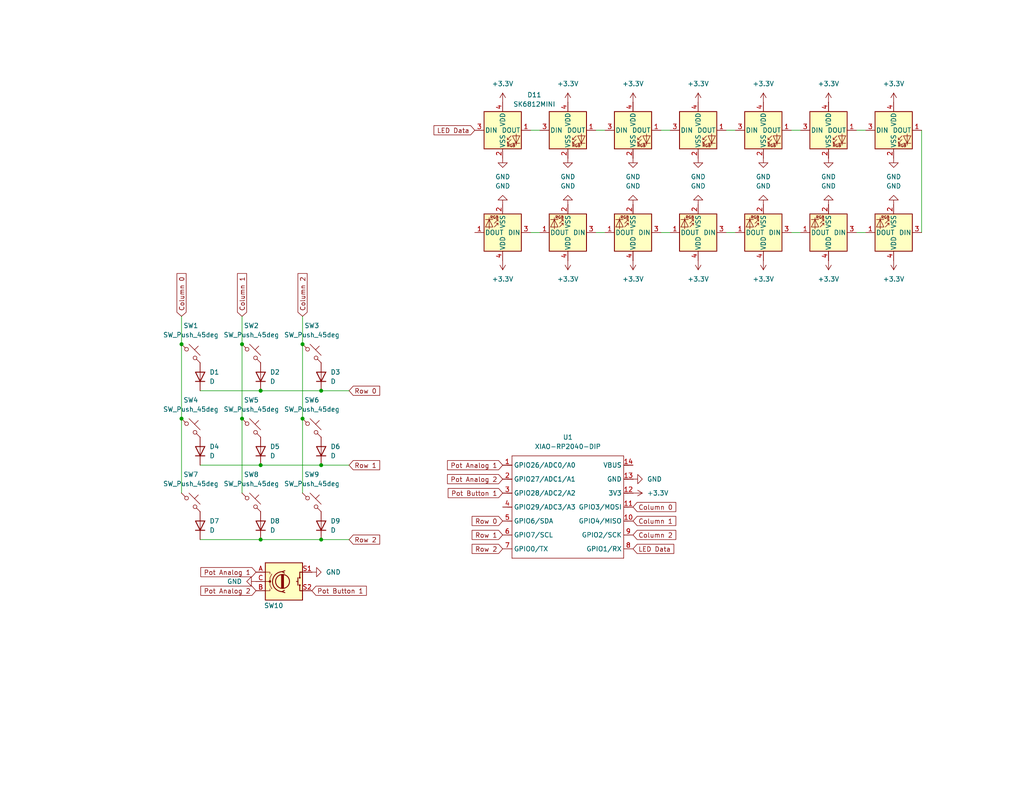
<source format=kicad_sch>
(kicad_sch (version 20231120) (generator "eeschema") (generator_version "8.0")
  (paper "USLetter")
  (title_block (title "SplashPad") (date "2025-02-07") (rev "1") (company "Logan Peterson"))
  (lib_symbols
    (symbol "Device:D" (pin_numbers hide) (pin_names (offset 1.016) hide)
      (property "Reference" "D" (at 0 2.54 0))
      (property "Value" "D" (at 0 -2.54 0))
      (symbol "D_0_1"
        (polyline (pts (xy -1.27 1.27) (xy -1.27 -1.27)) (stroke (width 0.254)))
        (polyline (pts (xy 1.27 0) (xy -1.27 0)))
        (polyline (pts (xy 1.27 1.27) (xy 1.27 -1.27) (xy -1.27 0) (xy 1.27 1.27)) (stroke (width 0.254)))
      )
      (symbol "D_1_1"
        (pin passive line (at -3.81 0 0) (length 2.54) (name "K") (number "1"))
        (pin passive line (at 3.81 0 180) (length 2.54) (name "A") (number "2"))
      )
    )
    (symbol "Device:RotaryEncoder_Switch" (pin_names (offset 0.254) hide)
      (property "Reference" "SW" (at 0 6.604 0))
      (property "Value" "RotaryEncoder_Switch" (at 0 -6.604 0))
      (symbol "RotaryEncoder_Switch_0_1"
        (rectangle (start -5.08 5.08) (end 5.08 -5.08) (stroke (width 0.254)) (fill (type background)))
        (circle (center -3.81 0) (radius 0.254) (fill (type outline)))
        (circle (center -0.381 0) (radius 1.905) (stroke (width 0.254)))
        (arc (start -0.381 2.667) (mid -3.0988 -0.0635) (end -0.381 -2.794) (stroke (width 0.254)))
        (polyline (pts (xy -0.635 -1.778) (xy -0.635 1.778)) (stroke (width 0.254)))
        (polyline (pts (xy -0.381 -1.778) (xy -0.381 1.778)) (stroke (width 0.254)))
        (polyline (pts (xy -0.127 1.778) (xy -0.127 -1.778)) (stroke (width 0.254)))
        (polyline (pts (xy 3.81 0) (xy 3.429 0)) (stroke (width 0.254)))
        (polyline (pts (xy 3.81 1.016) (xy 3.81 -1.016)) (stroke (width 0.254)))
        (polyline (pts (xy -5.08 -2.54) (xy -3.81 -2.54) (xy -3.81 -2.032)))
        (polyline (pts (xy -5.08 2.54) (xy -3.81 2.54) (xy -3.81 2.032)))
        (polyline (pts (xy 0.254 -3.048) (xy -0.508 -2.794) (xy 0.127 -2.413)) (stroke (width 0.254)))
        (polyline (pts (xy 0.254 2.921) (xy -0.508 2.667) (xy 0.127 2.286)) (stroke (width 0.254)))
        (polyline (pts (xy 5.08 -2.54) (xy 4.318 -2.54) (xy 4.318 -1.016)) (stroke (width 0.254)))
        (polyline (pts (xy 5.08 2.54) (xy 4.318 2.54) (xy 4.318 1.016)) (stroke (width 0.254)))
        (polyline (pts (xy -5.08 0) (xy -3.81 0) (xy -3.81 -1.016) (xy -3.302 -2.032)))
        (polyline (pts (xy -4.318 0) (xy -3.81 0) (xy -3.81 1.016) (xy -3.302 2.032)))
        (circle (center 4.318 -1.016) (radius 0.127) (stroke (width 0.254)))
        (circle (center 4.318 1.016) (radius 0.127) (stroke (width 0.254)))
      )
      (symbol "RotaryEncoder_Switch_1_1"
        (pin passive line (at -7.62 2.54 0) (length 2.54) (name "A") (number "A"))
        (pin passive line (at -7.62 -2.54 0) (length 2.54) (name "B") (number "B"))
        (pin passive line (at -7.62 0 0) (length 2.54) (name "C") (number "C"))
        (pin passive line (at 7.62 2.54 180) (length 2.54) (name "S1") (number "S1"))
        (pin passive line (at 7.62 -2.54 180) (length 2.54) (name "S2") (number "S2"))
      )
    )
    (symbol "LED:SK6812MINI" (pin_names (offset 0.254))
      (property "Reference" "D" (at 5.08 5.715 0))
      (property "Value" "SK6812MINI" (at 1.27 -5.715 0))
      (symbol "SK6812MINI_0_0"
        (text "RGB" (at 2.286 -4.191 0) (effects (font (size 0.762 0.762))))
      )
      (symbol "SK6812MINI_0_1"
        (polyline (pts (xy 1.27 -3.556) (xy 1.778 -3.556)))
        (polyline (pts (xy 1.27 -2.54) (xy 1.778 -2.54)))
        (polyline (pts (xy 4.699 -3.556) (xy 2.667 -3.556)))
        (polyline (pts (xy 2.286 -2.54) (xy 1.27 -3.556) (xy 1.27 -3.048)))
        (polyline (pts (xy 2.286 -1.524) (xy 1.27 -2.54) (xy 1.27 -2.032)))
        (polyline (pts (xy 3.683 -1.016) (xy 3.683 -3.556) (xy 3.683 -4.064)))
        (polyline (pts (xy 4.699 -1.524) (xy 2.667 -1.524) (xy 3.683 -3.556) (xy 4.699 -1.524)))
        (rectangle (start 5.08 5.08) (end -5.08 -5.08) (stroke (width 0.254)) (fill (type background)))
      )
      (symbol "SK6812MINI_1_1"
        (pin output line (at 7.62 0 180) (length 2.54) (name "DOUT") (number "1"))
        (pin power_in line (at 0 -7.62 90) (length 2.54) (name "VSS") (number "2"))
        (pin input line (at -7.62 0 0) (length 2.54) (name "DIN") (number "3"))
        (pin power_in line (at 0 7.62 270) (length 2.54) (name "VDD") (number "4"))
      )
    )
    (symbol "Seeed_Studio_XIAO_Series:XIAO-RP2040-DIP"
      (property "Reference" "U" (at 0 0 0))
      (property "Value" "XIAO-RP2040-DIP" (at 5.334 -1.778 0))
      (symbol "XIAO-RP2040-DIP_1_0"
        (polyline (pts (xy -1.27 -30.48) (xy -1.27 -16.51)) (stroke (width 0.1524)))
        (polyline (pts (xy -1.27 -27.94) (xy -2.54 -27.94)) (stroke (width 0.1524)))
        (polyline (pts (xy -1.27 -24.13) (xy -2.54 -24.13)) (stroke (width 0.1524)))
        (polyline (pts (xy -1.27 -20.32) (xy -2.54 -20.32)) (stroke (width 0.1524)))
        (polyline (pts (xy -1.27 -16.51) (xy -2.54 -16.51)) (stroke (width 0.1524)))
        (polyline (pts (xy -1.27 -16.51) (xy -1.27 -12.7)) (stroke (width 0.1524)))
        (polyline (pts (xy -1.27 -12.7) (xy -2.54 -12.7)) (stroke (width 0.1524)))
        (polyline (pts (xy -1.27 -12.7) (xy -1.27 -8.89)) (stroke (width 0.1524)))
        (polyline (pts (xy -1.27 -8.89) (xy -2.54 -8.89)) (stroke (width 0.1524)))
        (polyline (pts (xy -1.27 -8.89) (xy -1.27 -5.08)) (stroke (width 0.1524)))
        (polyline (pts (xy -1.27 -5.08) (xy -2.54 -5.08)) (stroke (width 0.1524)))
        (polyline (pts (xy -1.27 -5.08) (xy -1.27 -2.54)) (stroke (width 0.1524)))
        (polyline (pts (xy -1.27 -2.54) (xy 29.21 -2.54)) (stroke (width 0.1524)))
        (polyline (pts (xy 29.21 -30.48) (xy -1.27 -30.48)) (stroke (width 0.1524)))
        (polyline (pts (xy 29.21 -12.7) (xy 29.21 -30.48)) (stroke (width 0.1524)))
        (polyline (pts (xy 29.21 -8.89) (xy 29.21 -12.7)) (stroke (width 0.1524)))
        (polyline (pts (xy 29.21 -5.08) (xy 29.21 -8.89)) (stroke (width 0.1524)))
        (polyline (pts (xy 29.21 -2.54) (xy 29.21 -5.08)) (stroke (width 0.1524)))
        (polyline (pts (xy 30.48 -27.94) (xy 29.21 -27.94)) (stroke (width 0.1524)))
        (polyline (pts (xy 30.48 -24.13) (xy 29.21 -24.13)) (stroke (width 0.1524)))
        (polyline (pts (xy 30.48 -20.32) (xy 29.21 -20.32)) (stroke (width 0.1524)))
        (polyline (pts (xy 30.48 -16.51) (xy 29.21 -16.51)) (stroke (width 0.1524)))
        (polyline (pts (xy 30.48 -12.7) (xy 29.21 -12.7)) (stroke (width 0.1524)))
        (polyline (pts (xy 30.48 -8.89) (xy 29.21 -8.89)) (stroke (width 0.1524)))
        (polyline (pts (xy 30.48 -5.08) (xy 29.21 -5.08)) (stroke (width 0.1524)))
        (pin passive line (at -3.81 -5.08 0) (length 2.54) (name "GPIO26/ADC0/A0") (number "1"))
        (pin passive line (at 31.75 -20.32 180) (length 2.54) (name "GPIO4/MISO") (number "10"))
        (pin passive line (at 31.75 -16.51 180) (length 2.54) (name "GPIO3/MOSI") (number "11"))
        (pin passive line (at 31.75 -12.7 180) (length 2.54) (name "3V3") (number "12"))
        (pin passive line (at 31.75 -8.89 180) (length 2.54) (name "GND") (number "13"))
        (pin passive line (at 31.75 -5.08 180) (length 2.54) (name "VBUS") (number "14"))
        (pin passive line (at -3.81 -8.89 0) (length 2.54) (name "GPIO27/ADC1/A1") (number "2"))
        (pin passive line (at -3.81 -12.7 0) (length 2.54) (name "GPIO28/ADC2/A2") (number "3"))
        (pin passive line (at -3.81 -16.51 0) (length 2.54) (name "GPIO29/ADC3/A3") (number "4"))
        (pin passive line (at -3.81 -20.32 0) (length 2.54) (name "GPIO6/SDA") (number "5"))
        (pin passive line (at -3.81 -24.13 0) (length 2.54) (name "GPIO7/SCL") (number "6"))
        (pin passive line (at -3.81 -27.94 0) (length 2.54) (name "GPIO0/TX") (number "7"))
        (pin passive line (at 31.75 -27.94 180) (length 2.54) (name "GPIO1/RX") (number "8"))
        (pin passive line (at 31.75 -24.13 180) (length 2.54) (name "GPIO2/SCK") (number "9"))
      )
    )
    (symbol "Switch:SW_Push_45deg" (pin_numbers hide) (pin_names (offset 1.016) hide)
      (property "Reference" "SW" (at 3.048 1.016 0))
      (property "Value" "SW_Push_45deg" (at 0 -3.81 0))
      (symbol "SW_Push_45deg_0_1"
        (circle (center -1.1684 1.1684) (radius 0.508))
        (polyline (pts (xy -0.508 2.54) (xy 2.54 -0.508)))
        (polyline (pts (xy 1.016 1.016) (xy 2.032 2.032)))
        (polyline (pts (xy -2.54 2.54) (xy -1.524 1.524) (xy -1.524 1.524)))
        (polyline (pts (xy 1.524 -1.524) (xy 2.54 -2.54) (xy 2.54 -2.54) (xy 2.54 -2.54)))
        (circle (center 1.143 -1.1938) (radius 0.508))
        (pin passive line (at -2.54 2.54 0) (length 0) (name "1") (number "1"))
        (pin passive line (at 2.54 -2.54 180) (length 0) (name "2") (number "2"))
      )
    )
    (symbol "power:+3.3V" (power) (pin_numbers hide) (pin_names (offset 0) hide)
      (property "Value" "+3.3V" (at 0 3.556 0))
      (symbol "+3.3V_0_1"
        (polyline (pts (xy -0.762 1.27) (xy 0 2.54)))
        (polyline (pts (xy 0 0) (xy 0 2.54)))
        (polyline (pts (xy 0 2.54) (xy 0.762 1.27)))
      )
      (symbol "+3.3V_1_1"
        (pin power_in line (at 0 0 90) (length 0) (name "~") (number "1"))
      )
    )
    (symbol "power:GND" (power) (pin_numbers hide) (pin_names (offset 0) hide)
      (property "Value" "GND" (at 0 -3.81 0))
      (symbol "GND_0_1"
        (polyline (pts (xy 0 0) (xy 0 -1.27) (xy 1.27 -1.27) (xy 0 -2.54) (xy -1.27 -1.27) (xy 0 -1.27)))
      )
      (symbol "GND_1_1"
        (pin power_in line (at 0 0 270) (length 0) (name "~") (number "1"))
      )
    )
  )
  (junction (at 82.55 93.98))
  (junction (at 71.12 147.32))
  (junction (at 49.53 114.3))
  (junction (at 87.63 127))
  (junction (at 66.04 114.3))
  (junction (at 71.12 127))
  (junction (at 87.63 147.32))
  (junction (at 87.63 106.68))
  (junction (at 49.53 93.98))
  (junction (at 66.04 93.98))
  (junction (at 82.55 114.3))
  (junction (at 71.12 106.68))
  (wire (pts (xy 200.66 63.5) (xy 198.12 63.5)))
  (wire (pts (xy 198.12 35.56) (xy 200.66 35.56)))
  (wire (pts (xy 82.55 93.98) (xy 82.55 114.3)))
  (wire (pts (xy 49.53 93.98) (xy 49.53 114.3)))
  (wire (pts (xy 71.12 106.68) (xy 87.63 106.68)))
  (wire (pts (xy 54.61 106.68) (xy 71.12 106.68)))
  (wire (pts (xy 236.22 63.5) (xy 233.68 63.5)))
  (wire (pts (xy 87.63 127) (xy 95.25 127)))
  (wire (pts (xy 218.44 63.5) (xy 215.9 63.5)))
  (wire (pts (xy 251.46 35.56) (xy 251.46 63.5)))
  (wire (pts (xy 162.56 63.5) (xy 165.1 63.5)))
  (wire (pts (xy 95.25 147.32) (xy 87.63 147.32)))
  (wire (pts (xy 180.34 35.56) (xy 182.88 35.56)))
  (wire (pts (xy 66.04 114.3) (xy 66.04 134.62)))
  (wire (pts (xy 162.56 35.56) (xy 165.1 35.56)))
  (wire (pts (xy 95.25 106.68) (xy 87.63 106.68)))
  (wire (pts (xy 66.04 86.36) (xy 66.04 93.98)))
  (wire (pts (xy 144.78 35.56) (xy 147.32 35.56)))
  (wire (pts (xy 54.61 127) (xy 71.12 127)))
  (wire (pts (xy 66.04 93.98) (xy 66.04 114.3)))
  (wire (pts (xy 49.53 114.3) (xy 49.53 134.62)))
  (wire (pts (xy 71.12 147.32) (xy 87.63 147.32)))
  (wire (pts (xy 54.61 147.32) (xy 71.12 147.32)))
  (wire (pts (xy 82.55 114.3) (xy 82.55 134.62)))
  (wire (pts (xy 236.22 35.56) (xy 233.68 35.56)))
  (wire (pts (xy 182.88 63.5) (xy 180.34 63.5)))
  (wire (pts (xy 71.12 127) (xy 87.63 127)))
  (wire (pts (xy 215.9 35.56) (xy 218.44 35.56)))
  (wire (pts (xy 144.78 63.5) (xy 147.32 63.5)))
  (wire (pts (xy 49.53 86.36) (xy 49.53 93.98)))
  (wire (pts (xy 82.55 86.36) (xy 82.55 93.98)))
  (global_label "Row 1" (shape input) (at 95.25 127 0) (property "Intersheetrefs" "${INTERSHEET_REFS}" (effects (hide yes))))
  (global_label "Pot Analog 2" (shape input) (at 137.16 130.81 180) (property "Intersheetrefs" "${INTERSHEET_REFS}" (effects (hide yes))))
  (global_label "Row 2" (shape input) (at 95.25 147.32 0) (property "Intersheetrefs" "${INTERSHEET_REFS}" (effects (hide yes))))
  (global_label "Row 0" (shape input) (at 95.25 106.68 0) (property "Intersheetrefs" "${INTERSHEET_REFS}" (effects (hide yes))))
  (global_label "Row 1" (shape input) (at 137.16 146.05 180) (property "Intersheetrefs" "${INTERSHEET_REFS}" (effects (hide yes))))
  (global_label "Pot Analog 1" (shape input) (at 69.85 156.21 180) (property "Intersheetrefs" "${INTERSHEET_REFS}" (effects (hide yes))))
  (global_label "LED Data" (shape input) (at 172.72 149.86 0) (property "Intersheetrefs" "${INTERSHEET_REFS}" (effects (hide yes))))
  (global_label "Pot Button 1" (shape input) (at 85.09 161.29 0) (property "Intersheetrefs" "${INTERSHEET_REFS}" (effects (hide yes))))
  (global_label "Column 0" (shape input) (at 49.53 86.36 90) (property "Intersheetrefs" "${INTERSHEET_REFS}" (effects (hide yes))))
  (global_label "Column 2" (shape input) (at 82.55 86.36 90) (property "Intersheetrefs" "${INTERSHEET_REFS}" (effects (hide yes))))
  (global_label "Column 1" (shape input) (at 172.72 142.24 0) (property "Intersheetrefs" "${INTERSHEET_REFS}" (effects (hide yes))))
  (global_label "Row 2" (shape input) (at 137.16 149.86 180) (property "Intersheetrefs" "${INTERSHEET_REFS}" (effects (hide yes))))
  (global_label "Column 0" (shape input) (at 172.72 138.43 0) (property "Intersheetrefs" "${INTERSHEET_REFS}" (effects (hide yes))))
  (global_label "Pot Button 1" (shape input) (at 137.16 134.62 180) (property "Intersheetrefs" "${INTERSHEET_REFS}" (effects (hide yes))))
  (global_label "Column 2" (shape input) (at 172.72 146.05 0) (property "Intersheetrefs" "${INTERSHEET_REFS}" (effects (hide yes))))
  (global_label "Column 1" (shape input) (at 66.04 86.36 90) (property "Intersheetrefs" "${INTERSHEET_REFS}" (effects (hide yes))))
  (global_label "LED Data" (shape input) (at 129.54 35.56 180) (property "Intersheetrefs" "${INTERSHEET_REFS}" (effects (hide yes))))
  (global_label "Pot Analog 1" (shape input) (at 137.16 127 180) (property "Intersheetrefs" "${INTERSHEET_REFS}" (effects (hide yes))))
  (global_label "Pot Analog 2" (shape input) (at 69.85 161.29 180) (property "Intersheetrefs" "${INTERSHEET_REFS}" (effects (hide yes))))
  (global_label "Row 0" (shape input) (at 137.16 142.24 180) (property "Intersheetrefs" "${INTERSHEET_REFS}" (effects (hide yes))))
  (symbol (lib_id "LED:SK6812MINI") (at 137.16 35.56 0) (unit 1)
    (property "Reference" "D10" (effects (hide yes)))
    (property "Value" "SK6812MINI" (effects (hide yes)))
    (property "Footprint" "LED_SMD:LED_SK6812MINI_PLCC4_3.5x3.5mm_P1.75mm" (effects (hide yes)))
    (property "Datasheet" "https://cdn-shop.adafruit.com/product-files/2686/SK6812MINI_REV.01-1-2.pdf" (effects (hide yes)))
    (property "Description" "RGB LED with integrated controller" (effects (hide yes)))
  )
  (symbol (lib_id "Switch:SW_Push_45deg") (at 52.07 137.16 0) (unit 1)
    (property "Reference" "SW7" (at 52.07 129.54 0))
    (property "Value" "SW_Push_45deg" (at 52.07 132.08 0))
    (property "Footprint" "Button_Switch_Keyboard:SW_Cherry_MX_1.00u_PCB" (effects (hide yes)))
    (property "Description" "Push button switch, normally open, two pins, 45° tilted" (effects (hide yes)))
  )
  (symbol (lib_id "power:+3.3V") (at 154.94 27.94 0) (unit 1)
    (property "Reference" "#PWR09" (effects (hide yes)))
    (property "Value" "+3.3V" (at 154.94 22.86 0))
    (property "Description" "Power symbol creates a global label with name \"+3.3V\"" (effects (hide yes)))
  )
  (symbol (lib_id "power:GND") (at 190.5 55.88 180) (unit 1)
    (property "Reference" "#PWR028" (effects (hide yes)))
    (property "Value" "GND" (at 190.5 50.8 0))
    (property "Description" "Power symbol creates a global label with name \"GND\" , ground" (effects (hide yes)))
  )
  (symbol (lib_id "Seeed_Studio_XIAO_Series:XIAO-RP2040-DIP") (at 140.97 121.92 0) (unit 1)
    (property "Reference" "U1" (at 154.94 119.38 0))
    (property "Value" "XIAO-RP2040-DIP" (at 154.94 121.92 0))
    (property "Footprint" "Seeed Studio XIAO Series Library:XIAO-RP2040-DIP" (effects (hide yes)))
  )
  (symbol (lib_id "LED:SK6812MINI") (at 172.72 63.5 180) (unit 1)
    (property "Reference" "D21" (effects (hide yes)))
    (property "Value" "SK6812MINI" (effects (hide yes)))
    (property "Footprint" "LED_SMD:LED_SK6812MINI_PLCC4_3.5x3.5mm_P1.75mm" (effects (hide yes)))
    (property "Datasheet" "https://cdn-shop.adafruit.com/product-files/2686/SK6812MINI_REV.01-1-2.pdf" (effects (hide yes)))
    (property "Description" "RGB LED with integrated controller" (effects (hide yes)))
  )
  (symbol (lib_id "power:GND") (at 208.28 43.18 0) (unit 1)
    (property "Reference" "#PWR017" (effects (hide yes)))
    (property "Value" "GND" (at 208.28 48.26 0))
    (property "Description" "Power symbol creates a global label with name \"GND\" , ground" (effects (hide yes)))
  )
  (symbol (lib_id "LED:SK6812MINI") (at 226.06 63.5 180) (unit 1)
    (property "Reference" "D18" (effects (hide yes)))
    (property "Value" "SK6812MINI" (effects (hide yes)))
    (property "Footprint" "LED_SMD:LED_SK6812MINI_PLCC4_3.5x3.5mm_P1.75mm" (effects (hide yes)))
    (property "Datasheet" "https://cdn-shop.adafruit.com/product-files/2686/SK6812MINI_REV.01-1-2.pdf" (effects (hide yes)))
    (property "Description" "RGB LED with integrated controller" (effects (hide yes)))
  )
  (symbol (lib_id "LED:SK6812MINI") (at 154.94 35.56 0) (unit 1)
    (property "Reference" "D11" (at 145.796 25.908 0))
    (property "Value" "SK6812MINI" (at 145.796 28.448 0))
    (property "Footprint" "LED_SMD:LED_SK6812MINI_PLCC4_3.5x3.5mm_P1.75mm" (effects (hide yes)))
    (property "Datasheet" "https://cdn-shop.adafruit.com/product-files/2686/SK6812MINI_REV.01-1-2.pdf" (effects (hide yes)))
    (property "Description" "RGB LED with integrated controller" (effects (hide yes)))
  )
  (symbol (lib_id "Device:D") (at 87.63 143.51 270) (mirror x) (unit 1)
    (property "Reference" "D9" (at 90.17 142.2399 90) (effects (justify left)))
    (property "Value" "D" (at 90.17 144.7799 90) (effects (justify left)))
    (property "Footprint" "Diode_THT:D_DO-35_SOD27_P7.62mm_Horizontal" (effects (hide yes)))
    (property "Description" "Diode" (effects (hide yes)))
    (property "Sim.Device" "D" (effects (hide yes)))
    (property "Sim.Pins" "1=K 2=A" (effects (hide yes)))
  )
  (symbol (lib_id "Device:D") (at 71.12 123.19 270) (mirror x) (unit 1)
    (property "Reference" "D5" (at 73.66 121.9199 90) (effects (justify left)))
    (property "Value" "D" (at 73.66 124.4599 90) (effects (justify left)))
    (property "Footprint" "Diode_THT:D_DO-35_SOD27_P7.62mm_Horizontal" (effects (hide yes)))
    (property "Description" "Diode" (effects (hide yes)))
    (property "Sim.Device" "D" (effects (hide yes)))
    (property "Sim.Pins" "1=K 2=A" (effects (hide yes)))
  )
  (symbol (lib_id "power:+3.3V") (at 137.16 71.12 180) (unit 1)
    (property "Reference" "#PWR035" (effects (hide yes)))
    (property "Value" "+3.3V" (at 137.16 76.2 0))
    (property "Description" "Power symbol creates a global label with name \"+3.3V\"" (effects (hide yes)))
  )
  (symbol (lib_id "power:GND") (at 137.16 43.18 0) (unit 1)
    (property "Reference" "#PWR011" (effects (hide yes)))
    (property "Value" "GND" (at 137.16 48.26 0))
    (property "Description" "Power symbol creates a global label with name \"GND\" , ground" (effects (hide yes)))
  )
  (symbol (lib_id "LED:SK6812MINI") (at 137.16 63.5 180) (unit 1)
    (property "Reference" "D23" (effects (hide yes)))
    (property "Value" "SK6812MINI" (effects (hide yes)))
    (property "Footprint" "LED_SMD:LED_SK6812MINI_PLCC4_3.5x3.5mm_P1.75mm" (effects (hide yes)))
    (property "Datasheet" "https://cdn-shop.adafruit.com/product-files/2686/SK6812MINI_REV.01-1-2.pdf" (effects (hide yes)))
    (property "Description" "RGB LED with integrated controller" (effects (hide yes)))
  )
  (symbol (lib_id "power:+3.3V") (at 226.06 71.12 180) (unit 1)
    (property "Reference" "#PWR025" (effects (hide yes)))
    (property "Value" "+3.3V" (at 226.06 76.2 0))
    (property "Description" "Power symbol creates a global label with name \"+3.3V\"" (effects (hide yes)))
  )
  (symbol (lib_id "LED:SK6812MINI") (at 190.5 63.5 180) (unit 1)
    (property "Reference" "D20" (effects (hide yes)))
    (property "Value" "SK6812MINI" (effects (hide yes)))
    (property "Footprint" "LED_SMD:LED_SK6812MINI_PLCC4_3.5x3.5mm_P1.75mm" (effects (hide yes)))
    (property "Datasheet" "https://cdn-shop.adafruit.com/product-files/2686/SK6812MINI_REV.01-1-2.pdf" (effects (hide yes)))
    (property "Description" "RGB LED with integrated controller" (effects (hide yes)))
  )
  (symbol (lib_id "power:+3.3V") (at 190.5 71.12 180) (unit 1)
    (property "Reference" "#PWR029" (effects (hide yes)))
    (property "Value" "+3.3V" (at 190.5 76.2 0))
    (property "Description" "Power symbol creates a global label with name \"+3.3V\"" (effects (hide yes)))
  )
  (symbol (lib_id "Device:D") (at 87.63 123.19 270) (mirror x) (unit 1)
    (property "Reference" "D6" (at 90.17 121.9199 90) (effects (justify left)))
    (property "Value" "D" (at 90.17 124.4599 90) (effects (justify left)))
    (property "Footprint" "Diode_THT:D_DO-35_SOD27_P7.62mm_Horizontal" (effects (hide yes)))
    (property "Description" "Diode" (effects (hide yes)))
    (property "Sim.Device" "D" (effects (hide yes)))
    (property "Sim.Pins" "1=K 2=A" (effects (hide yes)))
  )
  (symbol (lib_id "Switch:SW_Push_45deg") (at 68.58 116.84 0) (unit 1)
    (property "Reference" "SW5" (at 68.58 109.22 0))
    (property "Value" "SW_Push_45deg" (at 68.58 111.76 0))
    (property "Footprint" "Button_Switch_Keyboard:SW_Cherry_MX_1.00u_PCB" (effects (hide yes)))
    (property "Description" "Push button switch, normally open, two pins, 45° tilted" (effects (hide yes)))
  )
  (symbol (lib_id "LED:SK6812MINI") (at 243.84 35.56 0) (unit 1)
    (property "Reference" "D16" (effects (hide yes)))
    (property "Value" "SK6812MINI" (effects (hide yes)))
    (property "Footprint" "LED_SMD:LED_SK6812MINI_PLCC4_3.5x3.5mm_P1.75mm" (effects (hide yes)))
    (property "Datasheet" "https://cdn-shop.adafruit.com/product-files/2686/SK6812MINI_REV.01-1-2.pdf" (effects (hide yes)))
    (property "Description" "RGB LED with integrated controller" (effects (hide yes)))
  )
  (symbol (lib_id "power:GND") (at 85.09 156.21 90) (unit 1)
    (property "Reference" "#PWR01" (effects (hide yes)))
    (property "Value" "GND" (at 88.9 156.2099 90) (effects (justify right)))
    (property "Description" "Power symbol creates a global label with name \"GND\" , ground" (effects (hide yes)))
  )
  (symbol (lib_id "power:+3.3V") (at 243.84 71.12 180) (unit 1)
    (property "Reference" "#PWR021" (effects (hide yes)))
    (property "Value" "+3.3V" (at 243.84 76.2 0))
    (property "Description" "Power symbol creates a global label with name \"+3.3V\"" (effects (hide yes)))
  )
  (symbol (lib_id "power:GND") (at 172.72 130.81 90) (unit 1)
    (property "Reference" "#PWR036" (effects (hide yes)))
    (property "Value" "GND" (at 176.53 130.8099 90) (effects (justify right)))
    (property "Description" "Power symbol creates a global label with name \"GND\" , ground" (effects (hide yes)))
  )
  (symbol (lib_id "LED:SK6812MINI") (at 172.72 35.56 0) (unit 1)
    (property "Reference" "D12" (effects (hide yes)))
    (property "Value" "SK6812MINI" (effects (hide yes)))
    (property "Footprint" "LED_SMD:LED_SK6812MINI_PLCC4_3.5x3.5mm_P1.75mm" (effects (hide yes)))
    (property "Datasheet" "https://cdn-shop.adafruit.com/product-files/2686/SK6812MINI_REV.01-1-2.pdf" (effects (hide yes)))
    (property "Description" "RGB LED with integrated controller" (effects (hide yes)))
  )
  (symbol (lib_id "LED:SK6812MINI") (at 208.28 63.5 180) (unit 1)
    (property "Reference" "D19" (effects (hide yes)))
    (property "Value" "SK6812MINI" (effects (hide yes)))
    (property "Footprint" "LED_SMD:LED_SK6812MINI_PLCC4_3.5x3.5mm_P1.75mm" (effects (hide yes)))
    (property "Datasheet" "https://cdn-shop.adafruit.com/product-files/2686/SK6812MINI_REV.01-1-2.pdf" (effects (hide yes)))
    (property "Description" "RGB LED with integrated controller" (effects (hide yes)))
  )
  (symbol (lib_id "power:GND") (at 226.06 55.88 180) (unit 1)
    (property "Reference" "#PWR024" (effects (hide yes)))
    (property "Value" "GND" (at 226.06 50.8 0))
    (property "Description" "Power symbol creates a global label with name \"GND\" , ground" (effects (hide yes)))
  )
  (symbol (lib_id "Switch:SW_Push_45deg") (at 52.07 96.52 0) (unit 1)
    (property "Reference" "SW1" (at 52.07 88.9 0))
    (property "Value" "SW_Push_45deg" (at 52.07 91.44 0))
    (property "Footprint" "Button_Switch_Keyboard:SW_Cherry_MX_1.00u_PCB" (effects (hide yes)))
    (property "Description" "Push button switch, normally open, two pins, 45° tilted" (effects (hide yes)))
  )
  (symbol (lib_id "LED:SK6812MINI") (at 208.28 35.56 0) (unit 1)
    (property "Reference" "D14" (effects (hide yes)))
    (property "Value" "SK6812MINI" (effects (hide yes)))
    (property "Footprint" "LED_SMD:LED_SK6812MINI_PLCC4_3.5x3.5mm_P1.75mm" (effects (hide yes)))
    (property "Datasheet" "https://cdn-shop.adafruit.com/product-files/2686/SK6812MINI_REV.01-1-2.pdf" (effects (hide yes)))
    (property "Description" "RGB LED with integrated controller" (effects (hide yes)))
  )
  (symbol (lib_id "power:GND") (at 154.94 43.18 0) (unit 1)
    (property "Reference" "#PWR012" (effects (hide yes)))
    (property "Value" "GND" (at 154.94 48.26 0))
    (property "Description" "Power symbol creates a global label with name \"GND\" , ground" (effects (hide yes)))
  )
  (symbol (lib_id "power:GND") (at 69.85 158.75 270) (unit 1)
    (property "Reference" "#PWR04" (effects (hide yes)))
    (property "Value" "GND" (at 66.04 158.7499 90) (effects (justify right)))
    (property "Description" "Power symbol creates a global label with name \"GND\" , ground" (effects (hide yes)))
  )
  (symbol (lib_id "power:GND") (at 137.16 55.88 180) (unit 1)
    (property "Reference" "#PWR034" (effects (hide yes)))
    (property "Value" "GND" (at 137.16 50.8 0))
    (property "Description" "Power symbol creates a global label with name \"GND\" , ground" (effects (hide yes)))
  )
  (symbol (lib_id "power:+3.3V") (at 137.16 27.94 0) (unit 1)
    (property "Reference" "#PWR08" (effects (hide yes)))
    (property "Value" "+3.3V" (at 137.16 22.86 0))
    (property "Description" "Power symbol creates a global label with name \"+3.3V\"" (effects (hide yes)))
  )
  (symbol (lib_id "power:GND") (at 226.06 43.18 0) (unit 1)
    (property "Reference" "#PWR019" (effects (hide yes)))
    (property "Value" "GND" (at 226.06 48.26 0))
    (property "Description" "Power symbol creates a global label with name \"GND\" , ground" (effects (hide yes)))
  )
  (symbol (lib_id "power:GND") (at 243.84 55.88 180) (unit 1)
    (property "Reference" "#PWR020" (effects (hide yes)))
    (property "Value" "GND" (at 243.84 50.8 0))
    (property "Description" "Power symbol creates a global label with name \"GND\" , ground" (effects (hide yes)))
  )
  (symbol (lib_id "Switch:SW_Push_45deg") (at 85.09 96.52 0) (unit 1)
    (property "Reference" "SW3" (at 85.09 88.9 0))
    (property "Value" "SW_Push_45deg" (at 85.09 91.44 0))
    (property "Footprint" "Button_Switch_Keyboard:SW_Cherry_MX_1.00u_PCB" (effects (hide yes)))
    (property "Description" "Push button switch, normally open, two pins, 45° tilted" (effects (hide yes)))
  )
  (symbol (lib_id "Switch:SW_Push_45deg") (at 68.58 96.52 0) (unit 1)
    (property "Reference" "SW2" (at 68.58 88.9 0))
    (property "Value" "SW_Push_45deg" (at 68.58 91.44 0))
    (property "Footprint" "Button_Switch_Keyboard:SW_Cherry_MX_1.00u_PCB" (effects (hide yes)))
    (property "Description" "Push button switch, normally open, two pins, 45° tilted" (effects (hide yes)))
  )
  (symbol (lib_id "power:GND") (at 243.84 43.18 0) (unit 1)
    (property "Reference" "#PWR023" (effects (hide yes)))
    (property "Value" "GND" (at 243.84 48.26 0))
    (property "Description" "Power symbol creates a global label with name \"GND\" , ground" (effects (hide yes)))
  )
  (symbol (lib_id "power:+3.3V") (at 172.72 134.62 270) (unit 1)
    (property "Reference" "#PWR07" (effects (hide yes)))
    (property "Value" "+3.3V" (at 176.53 134.6199 90) (effects (justify left)))
    (property "Description" "Power symbol creates a global label with name \"+3.3V\"" (effects (hide yes)))
  )
  (symbol (lib_id "power:GND") (at 172.72 43.18 0) (unit 1)
    (property "Reference" "#PWR013" (effects (hide yes)))
    (property "Value" "GND" (at 172.72 48.26 0))
    (property "Description" "Power symbol creates a global label with name \"GND\" , ground" (effects (hide yes)))
  )
  (symbol (lib_id "power:+3.3V") (at 208.28 71.12 180) (unit 1)
    (property "Reference" "#PWR027" (effects (hide yes)))
    (property "Value" "+3.3V" (at 208.28 76.2 0))
    (property "Description" "Power symbol creates a global label with name \"+3.3V\"" (effects (hide yes)))
  )
  (symbol (lib_id "Switch:SW_Push_45deg") (at 52.07 116.84 0) (unit 1)
    (property "Reference" "SW4" (at 52.07 109.22 0))
    (property "Value" "SW_Push_45deg" (at 52.07 111.76 0))
    (property "Footprint" "Button_Switch_Keyboard:SW_Cherry_MX_1.00u_PCB" (effects (hide yes)))
    (property "Description" "Push button switch, normally open, two pins, 45° tilted" (effects (hide yes)))
  )
  (symbol (lib_id "power:+3.3V") (at 226.06 27.94 0) (unit 1)
    (property "Reference" "#PWR018" (effects (hide yes)))
    (property "Value" "+3.3V" (at 226.06 22.86 0))
    (property "Description" "Power symbol creates a global label with name \"+3.3V\"" (effects (hide yes)))
  )
  (symbol (lib_id "Device:D") (at 87.63 102.87 270) (mirror x) (unit 1)
    (property "Reference" "D3" (at 90.17 101.5999 90) (effects (justify left)))
    (property "Value" "D" (at 90.17 104.1399 90) (effects (justify left)))
    (property "Footprint" "Diode_THT:D_DO-35_SOD27_P7.62mm_Horizontal" (effects (hide yes)))
    (property "Description" "Diode" (effects (hide yes)))
    (property "Sim.Device" "D" (effects (hide yes)))
    (property "Sim.Pins" "1=K 2=A" (effects (hide yes)))
  )
  (symbol (lib_id "Switch:SW_Push_45deg") (at 85.09 137.16 0) (unit 1)
    (property "Reference" "SW9" (at 85.09 129.54 0))
    (property "Value" "SW_Push_45deg" (at 85.09 132.08 0))
    (property "Footprint" "Button_Switch_Keyboard:SW_Cherry_MX_1.00u_PCB" (effects (hide yes)))
    (property "Description" "Push button switch, normally open, two pins, 45° tilted" (effects (hide yes)))
  )
  (symbol (lib_id "Device:RotaryEncoder_Switch") (at 77.47 158.75 0) (unit 1)
    (property "Reference" "SW10" (at 74.676 165.354 0))
    (property "Value" "RotaryEncoder_Switch" (effects (hide yes)))
    (property "Footprint" "Rotary_Encoder:RotaryEncoder_Alps_EC11E-Switch_Vertical_H20mm" (effects (hide yes)))
    (property "Description" "Rotary encoder, dual channel, incremental quadrate outputs, with switch" (effects (hide yes)))
  )
  (symbol (lib_id "power:+3.3V") (at 190.5 27.94 0) (unit 1)
    (property "Reference" "#PWR014" (effects (hide yes)))
    (property "Value" "+3.3V" (at 190.5 22.86 0))
    (property "Description" "Power symbol creates a global label with name \"+3.3V\"" (effects (hide yes)))
  )
  (symbol (lib_id "power:+3.3V") (at 208.28 27.94 0) (unit 1)
    (property "Reference" "#PWR016" (effects (hide yes)))
    (property "Value" "+3.3V" (at 208.28 22.86 0))
    (property "Description" "Power symbol creates a global label with name \"+3.3V\"" (effects (hide yes)))
  )
  (symbol (lib_id "Switch:SW_Push_45deg") (at 85.09 116.84 0) (unit 1)
    (property "Reference" "SW6" (at 85.09 109.22 0))
    (property "Value" "SW_Push_45deg" (at 85.09 111.76 0))
    (property "Footprint" "Button_Switch_Keyboard:SW_Cherry_MX_1.00u_PCB" (effects (hide yes)))
    (property "Description" "Push button switch, normally open, two pins, 45° tilted" (effects (hide yes)))
  )
  (symbol (lib_id "power:GND") (at 154.94 55.88 180) (unit 1)
    (property "Reference" "#PWR032" (effects (hide yes)))
    (property "Value" "GND" (at 154.94 50.8 0))
    (property "Description" "Power symbol creates a global label with name \"GND\" , ground" (effects (hide yes)))
  )
  (symbol (lib_id "Device:D") (at 71.12 102.87 270) (mirror x) (unit 1)
    (property "Reference" "D2" (at 73.66 101.5999 90) (effects (justify left)))
    (property "Value" "D" (at 73.66 104.1399 90) (effects (justify left)))
    (property "Footprint" "Diode_THT:D_DO-35_SOD27_P7.62mm_Horizontal" (effects (hide yes)))
    (property "Description" "Diode" (effects (hide yes)))
    (property "Sim.Device" "D" (effects (hide yes)))
    (property "Sim.Pins" "1=K 2=A" (effects (hide yes)))
  )
  (symbol (lib_id "power:GND") (at 190.5 43.18 0) (unit 1)
    (property "Reference" "#PWR015" (effects (hide yes)))
    (property "Value" "GND" (at 190.5 48.26 0))
    (property "Description" "Power symbol creates a global label with name \"GND\" , ground" (effects (hide yes)))
  )
  (symbol (lib_id "LED:SK6812MINI") (at 154.94 63.5 180) (unit 1)
    (property "Reference" "D22" (effects (hide yes)))
    (property "Value" "SK6812MINI" (effects (hide yes)))
    (property "Footprint" "LED_SMD:LED_SK6812MINI_PLCC4_3.5x3.5mm_P1.75mm" (effects (hide yes)))
    (property "Datasheet" "https://cdn-shop.adafruit.com/product-files/2686/SK6812MINI_REV.01-1-2.pdf" (effects (hide yes)))
    (property "Description" "RGB LED with integrated controller" (effects (hide yes)))
  )
  (symbol (lib_id "Device:D") (at 54.61 102.87 270) (mirror x) (unit 1)
    (property "Reference" "D1" (at 57.15 101.5999 90) (effects (justify left)))
    (property "Value" "D" (at 57.15 104.1399 90) (effects (justify left)))
    (property "Footprint" "Diode_THT:D_DO-35_SOD27_P7.62mm_Horizontal" (effects (hide yes)))
    (property "Description" "Diode" (effects (hide yes)))
    (property "Sim.Device" "D" (effects (hide yes)))
    (property "Sim.Pins" "1=K 2=A" (effects (hide yes)))
  )
  (symbol (lib_id "Switch:SW_Push_45deg") (at 68.58 137.16 0) (unit 1)
    (property "Reference" "SW8" (at 68.58 129.54 0))
    (property "Value" "SW_Push_45deg" (at 68.58 132.08 0))
    (property "Footprint" "Button_Switch_Keyboard:SW_Cherry_MX_1.00u_PCB" (effects (hide yes)))
    (property "Description" "Push button switch, normally open, two pins, 45° tilted" (effects (hide yes)))
  )
  (symbol (lib_id "power:+3.3V") (at 243.84 27.94 0) (unit 1)
    (property "Reference" "#PWR022" (effects (hide yes)))
    (property "Value" "+3.3V" (at 243.84 22.86 0))
    (property "Description" "Power symbol creates a global label with name \"+3.3V\"" (effects (hide yes)))
  )
  (symbol (lib_id "power:+3.3V") (at 172.72 71.12 180) (unit 1)
    (property "Reference" "#PWR031" (effects (hide yes)))
    (property "Value" "+3.3V" (at 172.72 76.2 0))
    (property "Description" "Power symbol creates a global label with name \"+3.3V\"" (effects (hide yes)))
  )
  (symbol (lib_id "Device:D") (at 54.61 123.19 270) (mirror x) (unit 1)
    (property "Reference" "D4" (at 57.15 121.9199 90) (effects (justify left)))
    (property "Value" "D" (at 57.15 124.4599 90) (effects (justify left)))
    (property "Footprint" "Diode_THT:D_DO-35_SOD27_P7.62mm_Horizontal" (effects (hide yes)))
    (property "Description" "Diode" (effects (hide yes)))
    (property "Sim.Device" "D" (effects (hide yes)))
    (property "Sim.Pins" "1=K 2=A" (effects (hide yes)))
  )
  (symbol (lib_id "LED:SK6812MINI") (at 226.06 35.56 0) (unit 1)
    (property "Reference" "D15" (effects (hide yes)))
    (property "Value" "SK6812MINI" (effects (hide yes)))
    (property "Footprint" "LED_SMD:LED_SK6812MINI_PLCC4_3.5x3.5mm_P1.75mm" (effects (hide yes)))
    (property "Datasheet" "https://cdn-shop.adafruit.com/product-files/2686/SK6812MINI_REV.01-1-2.pdf" (effects (hide yes)))
    (property "Description" "RGB LED with integrated controller" (effects (hide yes)))
  )
  (symbol (lib_id "power:+3.3V") (at 172.72 27.94 0) (unit 1)
    (property "Reference" "#PWR010" (effects (hide yes)))
    (property "Value" "+3.3V" (at 172.72 22.86 0))
    (property "Description" "Power symbol creates a global label with name \"+3.3V\"" (effects (hide yes)))
  )
  (symbol (lib_id "LED:SK6812MINI") (at 243.84 63.5 180) (unit 1)
    (property "Reference" "D17" (effects (hide yes)))
    (property "Value" "SK6812MINI" (effects (hide yes)))
    (property "Footprint" "LED_SMD:LED_SK6812MINI_PLCC4_3.5x3.5mm_P1.75mm" (effects (hide yes)))
    (property "Datasheet" "https://cdn-shop.adafruit.com/product-files/2686/SK6812MINI_REV.01-1-2.pdf" (effects (hide yes)))
    (property "Description" "RGB LED with integrated controller" (effects (hide yes)))
  )
  (symbol (lib_id "power:+3.3V") (at 154.94 71.12 180) (unit 1)
    (property "Reference" "#PWR033" (effects (hide yes)))
    (property "Value" "+3.3V" (at 154.94 76.2 0))
    (property "Description" "Power symbol creates a global label with name \"+3.3V\"" (effects (hide yes)))
  )
  (symbol (lib_id "power:GND") (at 172.72 55.88 180) (unit 1)
    (property "Reference" "#PWR030" (effects (hide yes)))
    (property "Value" "GND" (at 172.72 50.8 0))
    (property "Description" "Power symbol creates a global label with name \"GND\" , ground" (effects (hide yes)))
  )
  (symbol (lib_id "Device:D") (at 71.12 143.51 270) (mirror x) (unit 1)
    (property "Reference" "D8" (at 73.66 142.2399 90) (effects (justify left)))
    (property "Value" "D" (at 73.66 144.7799 90) (effects (justify left)))
    (property "Footprint" "Diode_THT:D_DO-35_SOD27_P7.62mm_Horizontal" (effects (hide yes)))
    (property "Description" "Diode" (effects (hide yes)))
    (property "Sim.Device" "D" (effects (hide yes)))
    (property "Sim.Pins" "1=K 2=A" (effects (hide yes)))
  )
  (symbol (lib_id "LED:SK6812MINI") (at 190.5 35.56 0) (unit 1)
    (property "Reference" "D13" (effects (hide yes)))
    (property "Value" "SK6812MINI" (effects (hide yes)))
    (property "Footprint" "LED_SMD:LED_SK6812MINI_PLCC4_3.5x3.5mm_P1.75mm" (effects (hide yes)))
    (property "Datasheet" "https://cdn-shop.adafruit.com/product-files/2686/SK6812MINI_REV.01-1-2.pdf" (effects (hide yes)))
    (property "Description" "RGB LED with integrated controller" (effects (hide yes)))
  )
  (symbol (lib_id "Device:D") (at 54.61 143.51 270) (mirror x) (unit 1)
    (property "Reference" "D7" (at 57.15 142.2399 90) (effects (justify left)))
    (property "Value" "D" (at 57.15 144.7799 90) (effects (justify left)))
    (property "Footprint" "Diode_THT:D_DO-35_SOD27_P7.62mm_Horizontal" (effects (hide yes)))
    (property "Description" "Diode" (effects (hide yes)))
    (property "Sim.Device" "D" (effects (hide yes)))
    (property "Sim.Pins" "1=K 2=A" (effects (hide yes)))
  )
  (symbol (lib_id "power:GND") (at 208.28 55.88 180) (unit 1)
    (property "Reference" "#PWR026" (effects (hide yes)))
    (property "Value" "GND" (at 208.28 50.8 0))
    (property "Description" "Power symbol creates a global label with name \"GND\" , ground" (effects (hide yes)))
  )
)
</source>
